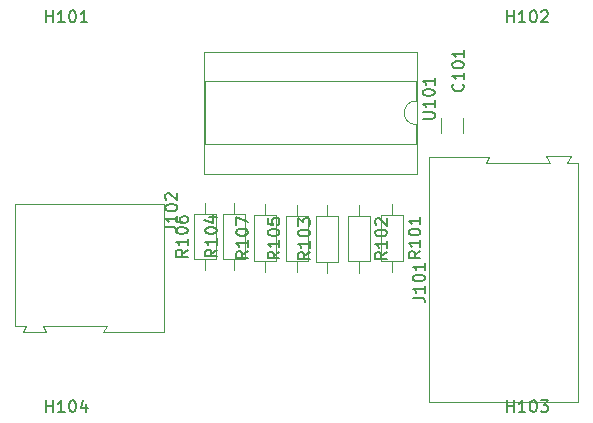
<source format=gbr>
%TF.GenerationSoftware,KiCad,Pcbnew,7.0.8*%
%TF.CreationDate,2024-05-03T13:39:42+02:00*%
%TF.ProjectId,menelaos-fix,6d656e65-6c61-46f7-932d-6669782e6b69,rev?*%
%TF.SameCoordinates,Original*%
%TF.FileFunction,Legend,Top*%
%TF.FilePolarity,Positive*%
%FSLAX46Y46*%
G04 Gerber Fmt 4.6, Leading zero omitted, Abs format (unit mm)*
G04 Created by KiCad (PCBNEW 7.0.8) date 2024-05-03 13:39:42*
%MOMM*%
%LPD*%
G01*
G04 APERTURE LIST*
%ADD10C,0.150000*%
%ADD11C,0.120000*%
G04 APERTURE END LIST*
D10*
X225434819Y-79519047D02*
X224958628Y-79852380D01*
X225434819Y-80090475D02*
X224434819Y-80090475D01*
X224434819Y-80090475D02*
X224434819Y-79709523D01*
X224434819Y-79709523D02*
X224482438Y-79614285D01*
X224482438Y-79614285D02*
X224530057Y-79566666D01*
X224530057Y-79566666D02*
X224625295Y-79519047D01*
X224625295Y-79519047D02*
X224768152Y-79519047D01*
X224768152Y-79519047D02*
X224863390Y-79566666D01*
X224863390Y-79566666D02*
X224911009Y-79614285D01*
X224911009Y-79614285D02*
X224958628Y-79709523D01*
X224958628Y-79709523D02*
X224958628Y-80090475D01*
X225434819Y-78566666D02*
X225434819Y-79138094D01*
X225434819Y-78852380D02*
X224434819Y-78852380D01*
X224434819Y-78852380D02*
X224577676Y-78947618D01*
X224577676Y-78947618D02*
X224672914Y-79042856D01*
X224672914Y-79042856D02*
X224720533Y-79138094D01*
X224434819Y-77947618D02*
X224434819Y-77852380D01*
X224434819Y-77852380D02*
X224482438Y-77757142D01*
X224482438Y-77757142D02*
X224530057Y-77709523D01*
X224530057Y-77709523D02*
X224625295Y-77661904D01*
X224625295Y-77661904D02*
X224815771Y-77614285D01*
X224815771Y-77614285D02*
X225053866Y-77614285D01*
X225053866Y-77614285D02*
X225244342Y-77661904D01*
X225244342Y-77661904D02*
X225339580Y-77709523D01*
X225339580Y-77709523D02*
X225387200Y-77757142D01*
X225387200Y-77757142D02*
X225434819Y-77852380D01*
X225434819Y-77852380D02*
X225434819Y-77947618D01*
X225434819Y-77947618D02*
X225387200Y-78042856D01*
X225387200Y-78042856D02*
X225339580Y-78090475D01*
X225339580Y-78090475D02*
X225244342Y-78138094D01*
X225244342Y-78138094D02*
X225053866Y-78185713D01*
X225053866Y-78185713D02*
X224815771Y-78185713D01*
X224815771Y-78185713D02*
X224625295Y-78138094D01*
X224625295Y-78138094D02*
X224530057Y-78090475D01*
X224530057Y-78090475D02*
X224482438Y-78042856D01*
X224482438Y-78042856D02*
X224434819Y-77947618D01*
X225434819Y-76661904D02*
X225434819Y-77233332D01*
X225434819Y-76947618D02*
X224434819Y-76947618D01*
X224434819Y-76947618D02*
X224577676Y-77042856D01*
X224577676Y-77042856D02*
X224672914Y-77138094D01*
X224672914Y-77138094D02*
X224720533Y-77233332D01*
X224804819Y-83455714D02*
X225519104Y-83455714D01*
X225519104Y-83455714D02*
X225661961Y-83503333D01*
X225661961Y-83503333D02*
X225757200Y-83598571D01*
X225757200Y-83598571D02*
X225804819Y-83741428D01*
X225804819Y-83741428D02*
X225804819Y-83836666D01*
X225804819Y-82455714D02*
X225804819Y-83027142D01*
X225804819Y-82741428D02*
X224804819Y-82741428D01*
X224804819Y-82741428D02*
X224947676Y-82836666D01*
X224947676Y-82836666D02*
X225042914Y-82931904D01*
X225042914Y-82931904D02*
X225090533Y-83027142D01*
X224804819Y-81836666D02*
X224804819Y-81741428D01*
X224804819Y-81741428D02*
X224852438Y-81646190D01*
X224852438Y-81646190D02*
X224900057Y-81598571D01*
X224900057Y-81598571D02*
X224995295Y-81550952D01*
X224995295Y-81550952D02*
X225185771Y-81503333D01*
X225185771Y-81503333D02*
X225423866Y-81503333D01*
X225423866Y-81503333D02*
X225614342Y-81550952D01*
X225614342Y-81550952D02*
X225709580Y-81598571D01*
X225709580Y-81598571D02*
X225757200Y-81646190D01*
X225757200Y-81646190D02*
X225804819Y-81741428D01*
X225804819Y-81741428D02*
X225804819Y-81836666D01*
X225804819Y-81836666D02*
X225757200Y-81931904D01*
X225757200Y-81931904D02*
X225709580Y-81979523D01*
X225709580Y-81979523D02*
X225614342Y-82027142D01*
X225614342Y-82027142D02*
X225423866Y-82074761D01*
X225423866Y-82074761D02*
X225185771Y-82074761D01*
X225185771Y-82074761D02*
X224995295Y-82027142D01*
X224995295Y-82027142D02*
X224900057Y-81979523D01*
X224900057Y-81979523D02*
X224852438Y-81931904D01*
X224852438Y-81931904D02*
X224804819Y-81836666D01*
X225804819Y-80550952D02*
X225804819Y-81122380D01*
X225804819Y-80836666D02*
X224804819Y-80836666D01*
X224804819Y-80836666D02*
X224947676Y-80931904D01*
X224947676Y-80931904D02*
X225042914Y-81027142D01*
X225042914Y-81027142D02*
X225090533Y-81122380D01*
X229029580Y-65359047D02*
X229077200Y-65406666D01*
X229077200Y-65406666D02*
X229124819Y-65549523D01*
X229124819Y-65549523D02*
X229124819Y-65644761D01*
X229124819Y-65644761D02*
X229077200Y-65787618D01*
X229077200Y-65787618D02*
X228981961Y-65882856D01*
X228981961Y-65882856D02*
X228886723Y-65930475D01*
X228886723Y-65930475D02*
X228696247Y-65978094D01*
X228696247Y-65978094D02*
X228553390Y-65978094D01*
X228553390Y-65978094D02*
X228362914Y-65930475D01*
X228362914Y-65930475D02*
X228267676Y-65882856D01*
X228267676Y-65882856D02*
X228172438Y-65787618D01*
X228172438Y-65787618D02*
X228124819Y-65644761D01*
X228124819Y-65644761D02*
X228124819Y-65549523D01*
X228124819Y-65549523D02*
X228172438Y-65406666D01*
X228172438Y-65406666D02*
X228220057Y-65359047D01*
X229124819Y-64406666D02*
X229124819Y-64978094D01*
X229124819Y-64692380D02*
X228124819Y-64692380D01*
X228124819Y-64692380D02*
X228267676Y-64787618D01*
X228267676Y-64787618D02*
X228362914Y-64882856D01*
X228362914Y-64882856D02*
X228410533Y-64978094D01*
X228124819Y-63787618D02*
X228124819Y-63692380D01*
X228124819Y-63692380D02*
X228172438Y-63597142D01*
X228172438Y-63597142D02*
X228220057Y-63549523D01*
X228220057Y-63549523D02*
X228315295Y-63501904D01*
X228315295Y-63501904D02*
X228505771Y-63454285D01*
X228505771Y-63454285D02*
X228743866Y-63454285D01*
X228743866Y-63454285D02*
X228934342Y-63501904D01*
X228934342Y-63501904D02*
X229029580Y-63549523D01*
X229029580Y-63549523D02*
X229077200Y-63597142D01*
X229077200Y-63597142D02*
X229124819Y-63692380D01*
X229124819Y-63692380D02*
X229124819Y-63787618D01*
X229124819Y-63787618D02*
X229077200Y-63882856D01*
X229077200Y-63882856D02*
X229029580Y-63930475D01*
X229029580Y-63930475D02*
X228934342Y-63978094D01*
X228934342Y-63978094D02*
X228743866Y-64025713D01*
X228743866Y-64025713D02*
X228505771Y-64025713D01*
X228505771Y-64025713D02*
X228315295Y-63978094D01*
X228315295Y-63978094D02*
X228220057Y-63930475D01*
X228220057Y-63930475D02*
X228172438Y-63882856D01*
X228172438Y-63882856D02*
X228124819Y-63787618D01*
X229124819Y-62501904D02*
X229124819Y-63073332D01*
X229124819Y-62787618D02*
X228124819Y-62787618D01*
X228124819Y-62787618D02*
X228267676Y-62882856D01*
X228267676Y-62882856D02*
X228362914Y-62978094D01*
X228362914Y-62978094D02*
X228410533Y-63073332D01*
X213504819Y-79559047D02*
X213028628Y-79892380D01*
X213504819Y-80130475D02*
X212504819Y-80130475D01*
X212504819Y-80130475D02*
X212504819Y-79749523D01*
X212504819Y-79749523D02*
X212552438Y-79654285D01*
X212552438Y-79654285D02*
X212600057Y-79606666D01*
X212600057Y-79606666D02*
X212695295Y-79559047D01*
X212695295Y-79559047D02*
X212838152Y-79559047D01*
X212838152Y-79559047D02*
X212933390Y-79606666D01*
X212933390Y-79606666D02*
X212981009Y-79654285D01*
X212981009Y-79654285D02*
X213028628Y-79749523D01*
X213028628Y-79749523D02*
X213028628Y-80130475D01*
X213504819Y-78606666D02*
X213504819Y-79178094D01*
X213504819Y-78892380D02*
X212504819Y-78892380D01*
X212504819Y-78892380D02*
X212647676Y-78987618D01*
X212647676Y-78987618D02*
X212742914Y-79082856D01*
X212742914Y-79082856D02*
X212790533Y-79178094D01*
X212504819Y-77987618D02*
X212504819Y-77892380D01*
X212504819Y-77892380D02*
X212552438Y-77797142D01*
X212552438Y-77797142D02*
X212600057Y-77749523D01*
X212600057Y-77749523D02*
X212695295Y-77701904D01*
X212695295Y-77701904D02*
X212885771Y-77654285D01*
X212885771Y-77654285D02*
X213123866Y-77654285D01*
X213123866Y-77654285D02*
X213314342Y-77701904D01*
X213314342Y-77701904D02*
X213409580Y-77749523D01*
X213409580Y-77749523D02*
X213457200Y-77797142D01*
X213457200Y-77797142D02*
X213504819Y-77892380D01*
X213504819Y-77892380D02*
X213504819Y-77987618D01*
X213504819Y-77987618D02*
X213457200Y-78082856D01*
X213457200Y-78082856D02*
X213409580Y-78130475D01*
X213409580Y-78130475D02*
X213314342Y-78178094D01*
X213314342Y-78178094D02*
X213123866Y-78225713D01*
X213123866Y-78225713D02*
X212885771Y-78225713D01*
X212885771Y-78225713D02*
X212695295Y-78178094D01*
X212695295Y-78178094D02*
X212600057Y-78130475D01*
X212600057Y-78130475D02*
X212552438Y-78082856D01*
X212552438Y-78082856D02*
X212504819Y-77987618D01*
X212504819Y-76749523D02*
X212504819Y-77225713D01*
X212504819Y-77225713D02*
X212981009Y-77273332D01*
X212981009Y-77273332D02*
X212933390Y-77225713D01*
X212933390Y-77225713D02*
X212885771Y-77130475D01*
X212885771Y-77130475D02*
X212885771Y-76892380D01*
X212885771Y-76892380D02*
X212933390Y-76797142D01*
X212933390Y-76797142D02*
X212981009Y-76749523D01*
X212981009Y-76749523D02*
X213076247Y-76701904D01*
X213076247Y-76701904D02*
X213314342Y-76701904D01*
X213314342Y-76701904D02*
X213409580Y-76749523D01*
X213409580Y-76749523D02*
X213457200Y-76797142D01*
X213457200Y-76797142D02*
X213504819Y-76892380D01*
X213504819Y-76892380D02*
X213504819Y-77130475D01*
X213504819Y-77130475D02*
X213457200Y-77225713D01*
X213457200Y-77225713D02*
X213409580Y-77273332D01*
X232755714Y-60134819D02*
X232755714Y-59134819D01*
X232755714Y-59611009D02*
X233327142Y-59611009D01*
X233327142Y-60134819D02*
X233327142Y-59134819D01*
X234327142Y-60134819D02*
X233755714Y-60134819D01*
X234041428Y-60134819D02*
X234041428Y-59134819D01*
X234041428Y-59134819D02*
X233946190Y-59277676D01*
X233946190Y-59277676D02*
X233850952Y-59372914D01*
X233850952Y-59372914D02*
X233755714Y-59420533D01*
X234946190Y-59134819D02*
X235041428Y-59134819D01*
X235041428Y-59134819D02*
X235136666Y-59182438D01*
X235136666Y-59182438D02*
X235184285Y-59230057D01*
X235184285Y-59230057D02*
X235231904Y-59325295D01*
X235231904Y-59325295D02*
X235279523Y-59515771D01*
X235279523Y-59515771D02*
X235279523Y-59753866D01*
X235279523Y-59753866D02*
X235231904Y-59944342D01*
X235231904Y-59944342D02*
X235184285Y-60039580D01*
X235184285Y-60039580D02*
X235136666Y-60087200D01*
X235136666Y-60087200D02*
X235041428Y-60134819D01*
X235041428Y-60134819D02*
X234946190Y-60134819D01*
X234946190Y-60134819D02*
X234850952Y-60087200D01*
X234850952Y-60087200D02*
X234803333Y-60039580D01*
X234803333Y-60039580D02*
X234755714Y-59944342D01*
X234755714Y-59944342D02*
X234708095Y-59753866D01*
X234708095Y-59753866D02*
X234708095Y-59515771D01*
X234708095Y-59515771D02*
X234755714Y-59325295D01*
X234755714Y-59325295D02*
X234803333Y-59230057D01*
X234803333Y-59230057D02*
X234850952Y-59182438D01*
X234850952Y-59182438D02*
X234946190Y-59134819D01*
X235660476Y-59230057D02*
X235708095Y-59182438D01*
X235708095Y-59182438D02*
X235803333Y-59134819D01*
X235803333Y-59134819D02*
X236041428Y-59134819D01*
X236041428Y-59134819D02*
X236136666Y-59182438D01*
X236136666Y-59182438D02*
X236184285Y-59230057D01*
X236184285Y-59230057D02*
X236231904Y-59325295D01*
X236231904Y-59325295D02*
X236231904Y-59420533D01*
X236231904Y-59420533D02*
X236184285Y-59563390D01*
X236184285Y-59563390D02*
X235612857Y-60134819D01*
X235612857Y-60134819D02*
X236231904Y-60134819D01*
X216084819Y-79599047D02*
X215608628Y-79932380D01*
X216084819Y-80170475D02*
X215084819Y-80170475D01*
X215084819Y-80170475D02*
X215084819Y-79789523D01*
X215084819Y-79789523D02*
X215132438Y-79694285D01*
X215132438Y-79694285D02*
X215180057Y-79646666D01*
X215180057Y-79646666D02*
X215275295Y-79599047D01*
X215275295Y-79599047D02*
X215418152Y-79599047D01*
X215418152Y-79599047D02*
X215513390Y-79646666D01*
X215513390Y-79646666D02*
X215561009Y-79694285D01*
X215561009Y-79694285D02*
X215608628Y-79789523D01*
X215608628Y-79789523D02*
X215608628Y-80170475D01*
X216084819Y-78646666D02*
X216084819Y-79218094D01*
X216084819Y-78932380D02*
X215084819Y-78932380D01*
X215084819Y-78932380D02*
X215227676Y-79027618D01*
X215227676Y-79027618D02*
X215322914Y-79122856D01*
X215322914Y-79122856D02*
X215370533Y-79218094D01*
X215084819Y-78027618D02*
X215084819Y-77932380D01*
X215084819Y-77932380D02*
X215132438Y-77837142D01*
X215132438Y-77837142D02*
X215180057Y-77789523D01*
X215180057Y-77789523D02*
X215275295Y-77741904D01*
X215275295Y-77741904D02*
X215465771Y-77694285D01*
X215465771Y-77694285D02*
X215703866Y-77694285D01*
X215703866Y-77694285D02*
X215894342Y-77741904D01*
X215894342Y-77741904D02*
X215989580Y-77789523D01*
X215989580Y-77789523D02*
X216037200Y-77837142D01*
X216037200Y-77837142D02*
X216084819Y-77932380D01*
X216084819Y-77932380D02*
X216084819Y-78027618D01*
X216084819Y-78027618D02*
X216037200Y-78122856D01*
X216037200Y-78122856D02*
X215989580Y-78170475D01*
X215989580Y-78170475D02*
X215894342Y-78218094D01*
X215894342Y-78218094D02*
X215703866Y-78265713D01*
X215703866Y-78265713D02*
X215465771Y-78265713D01*
X215465771Y-78265713D02*
X215275295Y-78218094D01*
X215275295Y-78218094D02*
X215180057Y-78170475D01*
X215180057Y-78170475D02*
X215132438Y-78122856D01*
X215132438Y-78122856D02*
X215084819Y-78027618D01*
X215084819Y-77360951D02*
X215084819Y-76741904D01*
X215084819Y-76741904D02*
X215465771Y-77075237D01*
X215465771Y-77075237D02*
X215465771Y-76932380D01*
X215465771Y-76932380D02*
X215513390Y-76837142D01*
X215513390Y-76837142D02*
X215561009Y-76789523D01*
X215561009Y-76789523D02*
X215656247Y-76741904D01*
X215656247Y-76741904D02*
X215894342Y-76741904D01*
X215894342Y-76741904D02*
X215989580Y-76789523D01*
X215989580Y-76789523D02*
X216037200Y-76837142D01*
X216037200Y-76837142D02*
X216084819Y-76932380D01*
X216084819Y-76932380D02*
X216084819Y-77218094D01*
X216084819Y-77218094D02*
X216037200Y-77313332D01*
X216037200Y-77313332D02*
X215989580Y-77360951D01*
X225639819Y-68314285D02*
X226449342Y-68314285D01*
X226449342Y-68314285D02*
X226544580Y-68266666D01*
X226544580Y-68266666D02*
X226592200Y-68219047D01*
X226592200Y-68219047D02*
X226639819Y-68123809D01*
X226639819Y-68123809D02*
X226639819Y-67933333D01*
X226639819Y-67933333D02*
X226592200Y-67838095D01*
X226592200Y-67838095D02*
X226544580Y-67790476D01*
X226544580Y-67790476D02*
X226449342Y-67742857D01*
X226449342Y-67742857D02*
X225639819Y-67742857D01*
X226639819Y-66742857D02*
X226639819Y-67314285D01*
X226639819Y-67028571D02*
X225639819Y-67028571D01*
X225639819Y-67028571D02*
X225782676Y-67123809D01*
X225782676Y-67123809D02*
X225877914Y-67219047D01*
X225877914Y-67219047D02*
X225925533Y-67314285D01*
X225639819Y-66123809D02*
X225639819Y-66028571D01*
X225639819Y-66028571D02*
X225687438Y-65933333D01*
X225687438Y-65933333D02*
X225735057Y-65885714D01*
X225735057Y-65885714D02*
X225830295Y-65838095D01*
X225830295Y-65838095D02*
X226020771Y-65790476D01*
X226020771Y-65790476D02*
X226258866Y-65790476D01*
X226258866Y-65790476D02*
X226449342Y-65838095D01*
X226449342Y-65838095D02*
X226544580Y-65885714D01*
X226544580Y-65885714D02*
X226592200Y-65933333D01*
X226592200Y-65933333D02*
X226639819Y-66028571D01*
X226639819Y-66028571D02*
X226639819Y-66123809D01*
X226639819Y-66123809D02*
X226592200Y-66219047D01*
X226592200Y-66219047D02*
X226544580Y-66266666D01*
X226544580Y-66266666D02*
X226449342Y-66314285D01*
X226449342Y-66314285D02*
X226258866Y-66361904D01*
X226258866Y-66361904D02*
X226020771Y-66361904D01*
X226020771Y-66361904D02*
X225830295Y-66314285D01*
X225830295Y-66314285D02*
X225735057Y-66266666D01*
X225735057Y-66266666D02*
X225687438Y-66219047D01*
X225687438Y-66219047D02*
X225639819Y-66123809D01*
X226639819Y-64838095D02*
X226639819Y-65409523D01*
X226639819Y-65123809D02*
X225639819Y-65123809D01*
X225639819Y-65123809D02*
X225782676Y-65219047D01*
X225782676Y-65219047D02*
X225877914Y-65314285D01*
X225877914Y-65314285D02*
X225925533Y-65409523D01*
X222614819Y-79589047D02*
X222138628Y-79922380D01*
X222614819Y-80160475D02*
X221614819Y-80160475D01*
X221614819Y-80160475D02*
X221614819Y-79779523D01*
X221614819Y-79779523D02*
X221662438Y-79684285D01*
X221662438Y-79684285D02*
X221710057Y-79636666D01*
X221710057Y-79636666D02*
X221805295Y-79589047D01*
X221805295Y-79589047D02*
X221948152Y-79589047D01*
X221948152Y-79589047D02*
X222043390Y-79636666D01*
X222043390Y-79636666D02*
X222091009Y-79684285D01*
X222091009Y-79684285D02*
X222138628Y-79779523D01*
X222138628Y-79779523D02*
X222138628Y-80160475D01*
X222614819Y-78636666D02*
X222614819Y-79208094D01*
X222614819Y-78922380D02*
X221614819Y-78922380D01*
X221614819Y-78922380D02*
X221757676Y-79017618D01*
X221757676Y-79017618D02*
X221852914Y-79112856D01*
X221852914Y-79112856D02*
X221900533Y-79208094D01*
X221614819Y-78017618D02*
X221614819Y-77922380D01*
X221614819Y-77922380D02*
X221662438Y-77827142D01*
X221662438Y-77827142D02*
X221710057Y-77779523D01*
X221710057Y-77779523D02*
X221805295Y-77731904D01*
X221805295Y-77731904D02*
X221995771Y-77684285D01*
X221995771Y-77684285D02*
X222233866Y-77684285D01*
X222233866Y-77684285D02*
X222424342Y-77731904D01*
X222424342Y-77731904D02*
X222519580Y-77779523D01*
X222519580Y-77779523D02*
X222567200Y-77827142D01*
X222567200Y-77827142D02*
X222614819Y-77922380D01*
X222614819Y-77922380D02*
X222614819Y-78017618D01*
X222614819Y-78017618D02*
X222567200Y-78112856D01*
X222567200Y-78112856D02*
X222519580Y-78160475D01*
X222519580Y-78160475D02*
X222424342Y-78208094D01*
X222424342Y-78208094D02*
X222233866Y-78255713D01*
X222233866Y-78255713D02*
X221995771Y-78255713D01*
X221995771Y-78255713D02*
X221805295Y-78208094D01*
X221805295Y-78208094D02*
X221710057Y-78160475D01*
X221710057Y-78160475D02*
X221662438Y-78112856D01*
X221662438Y-78112856D02*
X221614819Y-78017618D01*
X221710057Y-77303332D02*
X221662438Y-77255713D01*
X221662438Y-77255713D02*
X221614819Y-77160475D01*
X221614819Y-77160475D02*
X221614819Y-76922380D01*
X221614819Y-76922380D02*
X221662438Y-76827142D01*
X221662438Y-76827142D02*
X221710057Y-76779523D01*
X221710057Y-76779523D02*
X221805295Y-76731904D01*
X221805295Y-76731904D02*
X221900533Y-76731904D01*
X221900533Y-76731904D02*
X222043390Y-76779523D01*
X222043390Y-76779523D02*
X222614819Y-77350951D01*
X222614819Y-77350951D02*
X222614819Y-76731904D01*
X193755714Y-93134819D02*
X193755714Y-92134819D01*
X193755714Y-92611009D02*
X194327142Y-92611009D01*
X194327142Y-93134819D02*
X194327142Y-92134819D01*
X195327142Y-93134819D02*
X194755714Y-93134819D01*
X195041428Y-93134819D02*
X195041428Y-92134819D01*
X195041428Y-92134819D02*
X194946190Y-92277676D01*
X194946190Y-92277676D02*
X194850952Y-92372914D01*
X194850952Y-92372914D02*
X194755714Y-92420533D01*
X195946190Y-92134819D02*
X196041428Y-92134819D01*
X196041428Y-92134819D02*
X196136666Y-92182438D01*
X196136666Y-92182438D02*
X196184285Y-92230057D01*
X196184285Y-92230057D02*
X196231904Y-92325295D01*
X196231904Y-92325295D02*
X196279523Y-92515771D01*
X196279523Y-92515771D02*
X196279523Y-92753866D01*
X196279523Y-92753866D02*
X196231904Y-92944342D01*
X196231904Y-92944342D02*
X196184285Y-93039580D01*
X196184285Y-93039580D02*
X196136666Y-93087200D01*
X196136666Y-93087200D02*
X196041428Y-93134819D01*
X196041428Y-93134819D02*
X195946190Y-93134819D01*
X195946190Y-93134819D02*
X195850952Y-93087200D01*
X195850952Y-93087200D02*
X195803333Y-93039580D01*
X195803333Y-93039580D02*
X195755714Y-92944342D01*
X195755714Y-92944342D02*
X195708095Y-92753866D01*
X195708095Y-92753866D02*
X195708095Y-92515771D01*
X195708095Y-92515771D02*
X195755714Y-92325295D01*
X195755714Y-92325295D02*
X195803333Y-92230057D01*
X195803333Y-92230057D02*
X195850952Y-92182438D01*
X195850952Y-92182438D02*
X195946190Y-92134819D01*
X197136666Y-92468152D02*
X197136666Y-93134819D01*
X196898571Y-92087200D02*
X196660476Y-92801485D01*
X196660476Y-92801485D02*
X197279523Y-92801485D01*
X203844819Y-77505714D02*
X204559104Y-77505714D01*
X204559104Y-77505714D02*
X204701961Y-77553333D01*
X204701961Y-77553333D02*
X204797200Y-77648571D01*
X204797200Y-77648571D02*
X204844819Y-77791428D01*
X204844819Y-77791428D02*
X204844819Y-77886666D01*
X204844819Y-76505714D02*
X204844819Y-77077142D01*
X204844819Y-76791428D02*
X203844819Y-76791428D01*
X203844819Y-76791428D02*
X203987676Y-76886666D01*
X203987676Y-76886666D02*
X204082914Y-76981904D01*
X204082914Y-76981904D02*
X204130533Y-77077142D01*
X203844819Y-75886666D02*
X203844819Y-75791428D01*
X203844819Y-75791428D02*
X203892438Y-75696190D01*
X203892438Y-75696190D02*
X203940057Y-75648571D01*
X203940057Y-75648571D02*
X204035295Y-75600952D01*
X204035295Y-75600952D02*
X204225771Y-75553333D01*
X204225771Y-75553333D02*
X204463866Y-75553333D01*
X204463866Y-75553333D02*
X204654342Y-75600952D01*
X204654342Y-75600952D02*
X204749580Y-75648571D01*
X204749580Y-75648571D02*
X204797200Y-75696190D01*
X204797200Y-75696190D02*
X204844819Y-75791428D01*
X204844819Y-75791428D02*
X204844819Y-75886666D01*
X204844819Y-75886666D02*
X204797200Y-75981904D01*
X204797200Y-75981904D02*
X204749580Y-76029523D01*
X204749580Y-76029523D02*
X204654342Y-76077142D01*
X204654342Y-76077142D02*
X204463866Y-76124761D01*
X204463866Y-76124761D02*
X204225771Y-76124761D01*
X204225771Y-76124761D02*
X204035295Y-76077142D01*
X204035295Y-76077142D02*
X203940057Y-76029523D01*
X203940057Y-76029523D02*
X203892438Y-75981904D01*
X203892438Y-75981904D02*
X203844819Y-75886666D01*
X203940057Y-75172380D02*
X203892438Y-75124761D01*
X203892438Y-75124761D02*
X203844819Y-75029523D01*
X203844819Y-75029523D02*
X203844819Y-74791428D01*
X203844819Y-74791428D02*
X203892438Y-74696190D01*
X203892438Y-74696190D02*
X203940057Y-74648571D01*
X203940057Y-74648571D02*
X204035295Y-74600952D01*
X204035295Y-74600952D02*
X204130533Y-74600952D01*
X204130533Y-74600952D02*
X204273390Y-74648571D01*
X204273390Y-74648571D02*
X204844819Y-75219999D01*
X204844819Y-75219999D02*
X204844819Y-74600952D01*
X208204819Y-79389047D02*
X207728628Y-79722380D01*
X208204819Y-79960475D02*
X207204819Y-79960475D01*
X207204819Y-79960475D02*
X207204819Y-79579523D01*
X207204819Y-79579523D02*
X207252438Y-79484285D01*
X207252438Y-79484285D02*
X207300057Y-79436666D01*
X207300057Y-79436666D02*
X207395295Y-79389047D01*
X207395295Y-79389047D02*
X207538152Y-79389047D01*
X207538152Y-79389047D02*
X207633390Y-79436666D01*
X207633390Y-79436666D02*
X207681009Y-79484285D01*
X207681009Y-79484285D02*
X207728628Y-79579523D01*
X207728628Y-79579523D02*
X207728628Y-79960475D01*
X208204819Y-78436666D02*
X208204819Y-79008094D01*
X208204819Y-78722380D02*
X207204819Y-78722380D01*
X207204819Y-78722380D02*
X207347676Y-78817618D01*
X207347676Y-78817618D02*
X207442914Y-78912856D01*
X207442914Y-78912856D02*
X207490533Y-79008094D01*
X207204819Y-77817618D02*
X207204819Y-77722380D01*
X207204819Y-77722380D02*
X207252438Y-77627142D01*
X207252438Y-77627142D02*
X207300057Y-77579523D01*
X207300057Y-77579523D02*
X207395295Y-77531904D01*
X207395295Y-77531904D02*
X207585771Y-77484285D01*
X207585771Y-77484285D02*
X207823866Y-77484285D01*
X207823866Y-77484285D02*
X208014342Y-77531904D01*
X208014342Y-77531904D02*
X208109580Y-77579523D01*
X208109580Y-77579523D02*
X208157200Y-77627142D01*
X208157200Y-77627142D02*
X208204819Y-77722380D01*
X208204819Y-77722380D02*
X208204819Y-77817618D01*
X208204819Y-77817618D02*
X208157200Y-77912856D01*
X208157200Y-77912856D02*
X208109580Y-77960475D01*
X208109580Y-77960475D02*
X208014342Y-78008094D01*
X208014342Y-78008094D02*
X207823866Y-78055713D01*
X207823866Y-78055713D02*
X207585771Y-78055713D01*
X207585771Y-78055713D02*
X207395295Y-78008094D01*
X207395295Y-78008094D02*
X207300057Y-77960475D01*
X207300057Y-77960475D02*
X207252438Y-77912856D01*
X207252438Y-77912856D02*
X207204819Y-77817618D01*
X207538152Y-76627142D02*
X208204819Y-76627142D01*
X207157200Y-76865237D02*
X207871485Y-77103332D01*
X207871485Y-77103332D02*
X207871485Y-76484285D01*
X232755714Y-93134819D02*
X232755714Y-92134819D01*
X232755714Y-92611009D02*
X233327142Y-92611009D01*
X233327142Y-93134819D02*
X233327142Y-92134819D01*
X234327142Y-93134819D02*
X233755714Y-93134819D01*
X234041428Y-93134819D02*
X234041428Y-92134819D01*
X234041428Y-92134819D02*
X233946190Y-92277676D01*
X233946190Y-92277676D02*
X233850952Y-92372914D01*
X233850952Y-92372914D02*
X233755714Y-92420533D01*
X234946190Y-92134819D02*
X235041428Y-92134819D01*
X235041428Y-92134819D02*
X235136666Y-92182438D01*
X235136666Y-92182438D02*
X235184285Y-92230057D01*
X235184285Y-92230057D02*
X235231904Y-92325295D01*
X235231904Y-92325295D02*
X235279523Y-92515771D01*
X235279523Y-92515771D02*
X235279523Y-92753866D01*
X235279523Y-92753866D02*
X235231904Y-92944342D01*
X235231904Y-92944342D02*
X235184285Y-93039580D01*
X235184285Y-93039580D02*
X235136666Y-93087200D01*
X235136666Y-93087200D02*
X235041428Y-93134819D01*
X235041428Y-93134819D02*
X234946190Y-93134819D01*
X234946190Y-93134819D02*
X234850952Y-93087200D01*
X234850952Y-93087200D02*
X234803333Y-93039580D01*
X234803333Y-93039580D02*
X234755714Y-92944342D01*
X234755714Y-92944342D02*
X234708095Y-92753866D01*
X234708095Y-92753866D02*
X234708095Y-92515771D01*
X234708095Y-92515771D02*
X234755714Y-92325295D01*
X234755714Y-92325295D02*
X234803333Y-92230057D01*
X234803333Y-92230057D02*
X234850952Y-92182438D01*
X234850952Y-92182438D02*
X234946190Y-92134819D01*
X235612857Y-92134819D02*
X236231904Y-92134819D01*
X236231904Y-92134819D02*
X235898571Y-92515771D01*
X235898571Y-92515771D02*
X236041428Y-92515771D01*
X236041428Y-92515771D02*
X236136666Y-92563390D01*
X236136666Y-92563390D02*
X236184285Y-92611009D01*
X236184285Y-92611009D02*
X236231904Y-92706247D01*
X236231904Y-92706247D02*
X236231904Y-92944342D01*
X236231904Y-92944342D02*
X236184285Y-93039580D01*
X236184285Y-93039580D02*
X236136666Y-93087200D01*
X236136666Y-93087200D02*
X236041428Y-93134819D01*
X236041428Y-93134819D02*
X235755714Y-93134819D01*
X235755714Y-93134819D02*
X235660476Y-93087200D01*
X235660476Y-93087200D02*
X235612857Y-93039580D01*
X210834819Y-79529047D02*
X210358628Y-79862380D01*
X210834819Y-80100475D02*
X209834819Y-80100475D01*
X209834819Y-80100475D02*
X209834819Y-79719523D01*
X209834819Y-79719523D02*
X209882438Y-79624285D01*
X209882438Y-79624285D02*
X209930057Y-79576666D01*
X209930057Y-79576666D02*
X210025295Y-79529047D01*
X210025295Y-79529047D02*
X210168152Y-79529047D01*
X210168152Y-79529047D02*
X210263390Y-79576666D01*
X210263390Y-79576666D02*
X210311009Y-79624285D01*
X210311009Y-79624285D02*
X210358628Y-79719523D01*
X210358628Y-79719523D02*
X210358628Y-80100475D01*
X210834819Y-78576666D02*
X210834819Y-79148094D01*
X210834819Y-78862380D02*
X209834819Y-78862380D01*
X209834819Y-78862380D02*
X209977676Y-78957618D01*
X209977676Y-78957618D02*
X210072914Y-79052856D01*
X210072914Y-79052856D02*
X210120533Y-79148094D01*
X209834819Y-77957618D02*
X209834819Y-77862380D01*
X209834819Y-77862380D02*
X209882438Y-77767142D01*
X209882438Y-77767142D02*
X209930057Y-77719523D01*
X209930057Y-77719523D02*
X210025295Y-77671904D01*
X210025295Y-77671904D02*
X210215771Y-77624285D01*
X210215771Y-77624285D02*
X210453866Y-77624285D01*
X210453866Y-77624285D02*
X210644342Y-77671904D01*
X210644342Y-77671904D02*
X210739580Y-77719523D01*
X210739580Y-77719523D02*
X210787200Y-77767142D01*
X210787200Y-77767142D02*
X210834819Y-77862380D01*
X210834819Y-77862380D02*
X210834819Y-77957618D01*
X210834819Y-77957618D02*
X210787200Y-78052856D01*
X210787200Y-78052856D02*
X210739580Y-78100475D01*
X210739580Y-78100475D02*
X210644342Y-78148094D01*
X210644342Y-78148094D02*
X210453866Y-78195713D01*
X210453866Y-78195713D02*
X210215771Y-78195713D01*
X210215771Y-78195713D02*
X210025295Y-78148094D01*
X210025295Y-78148094D02*
X209930057Y-78100475D01*
X209930057Y-78100475D02*
X209882438Y-78052856D01*
X209882438Y-78052856D02*
X209834819Y-77957618D01*
X209834819Y-77290951D02*
X209834819Y-76624285D01*
X209834819Y-76624285D02*
X210834819Y-77052856D01*
X205734819Y-79399047D02*
X205258628Y-79732380D01*
X205734819Y-79970475D02*
X204734819Y-79970475D01*
X204734819Y-79970475D02*
X204734819Y-79589523D01*
X204734819Y-79589523D02*
X204782438Y-79494285D01*
X204782438Y-79494285D02*
X204830057Y-79446666D01*
X204830057Y-79446666D02*
X204925295Y-79399047D01*
X204925295Y-79399047D02*
X205068152Y-79399047D01*
X205068152Y-79399047D02*
X205163390Y-79446666D01*
X205163390Y-79446666D02*
X205211009Y-79494285D01*
X205211009Y-79494285D02*
X205258628Y-79589523D01*
X205258628Y-79589523D02*
X205258628Y-79970475D01*
X205734819Y-78446666D02*
X205734819Y-79018094D01*
X205734819Y-78732380D02*
X204734819Y-78732380D01*
X204734819Y-78732380D02*
X204877676Y-78827618D01*
X204877676Y-78827618D02*
X204972914Y-78922856D01*
X204972914Y-78922856D02*
X205020533Y-79018094D01*
X204734819Y-77827618D02*
X204734819Y-77732380D01*
X204734819Y-77732380D02*
X204782438Y-77637142D01*
X204782438Y-77637142D02*
X204830057Y-77589523D01*
X204830057Y-77589523D02*
X204925295Y-77541904D01*
X204925295Y-77541904D02*
X205115771Y-77494285D01*
X205115771Y-77494285D02*
X205353866Y-77494285D01*
X205353866Y-77494285D02*
X205544342Y-77541904D01*
X205544342Y-77541904D02*
X205639580Y-77589523D01*
X205639580Y-77589523D02*
X205687200Y-77637142D01*
X205687200Y-77637142D02*
X205734819Y-77732380D01*
X205734819Y-77732380D02*
X205734819Y-77827618D01*
X205734819Y-77827618D02*
X205687200Y-77922856D01*
X205687200Y-77922856D02*
X205639580Y-77970475D01*
X205639580Y-77970475D02*
X205544342Y-78018094D01*
X205544342Y-78018094D02*
X205353866Y-78065713D01*
X205353866Y-78065713D02*
X205115771Y-78065713D01*
X205115771Y-78065713D02*
X204925295Y-78018094D01*
X204925295Y-78018094D02*
X204830057Y-77970475D01*
X204830057Y-77970475D02*
X204782438Y-77922856D01*
X204782438Y-77922856D02*
X204734819Y-77827618D01*
X204734819Y-76637142D02*
X204734819Y-76827618D01*
X204734819Y-76827618D02*
X204782438Y-76922856D01*
X204782438Y-76922856D02*
X204830057Y-76970475D01*
X204830057Y-76970475D02*
X204972914Y-77065713D01*
X204972914Y-77065713D02*
X205163390Y-77113332D01*
X205163390Y-77113332D02*
X205544342Y-77113332D01*
X205544342Y-77113332D02*
X205639580Y-77065713D01*
X205639580Y-77065713D02*
X205687200Y-77018094D01*
X205687200Y-77018094D02*
X205734819Y-76922856D01*
X205734819Y-76922856D02*
X205734819Y-76732380D01*
X205734819Y-76732380D02*
X205687200Y-76637142D01*
X205687200Y-76637142D02*
X205639580Y-76589523D01*
X205639580Y-76589523D02*
X205544342Y-76541904D01*
X205544342Y-76541904D02*
X205306247Y-76541904D01*
X205306247Y-76541904D02*
X205211009Y-76589523D01*
X205211009Y-76589523D02*
X205163390Y-76637142D01*
X205163390Y-76637142D02*
X205115771Y-76732380D01*
X205115771Y-76732380D02*
X205115771Y-76922856D01*
X205115771Y-76922856D02*
X205163390Y-77018094D01*
X205163390Y-77018094D02*
X205211009Y-77065713D01*
X205211009Y-77065713D02*
X205306247Y-77113332D01*
X193755714Y-60134819D02*
X193755714Y-59134819D01*
X193755714Y-59611009D02*
X194327142Y-59611009D01*
X194327142Y-60134819D02*
X194327142Y-59134819D01*
X195327142Y-60134819D02*
X194755714Y-60134819D01*
X195041428Y-60134819D02*
X195041428Y-59134819D01*
X195041428Y-59134819D02*
X194946190Y-59277676D01*
X194946190Y-59277676D02*
X194850952Y-59372914D01*
X194850952Y-59372914D02*
X194755714Y-59420533D01*
X195946190Y-59134819D02*
X196041428Y-59134819D01*
X196041428Y-59134819D02*
X196136666Y-59182438D01*
X196136666Y-59182438D02*
X196184285Y-59230057D01*
X196184285Y-59230057D02*
X196231904Y-59325295D01*
X196231904Y-59325295D02*
X196279523Y-59515771D01*
X196279523Y-59515771D02*
X196279523Y-59753866D01*
X196279523Y-59753866D02*
X196231904Y-59944342D01*
X196231904Y-59944342D02*
X196184285Y-60039580D01*
X196184285Y-60039580D02*
X196136666Y-60087200D01*
X196136666Y-60087200D02*
X196041428Y-60134819D01*
X196041428Y-60134819D02*
X195946190Y-60134819D01*
X195946190Y-60134819D02*
X195850952Y-60087200D01*
X195850952Y-60087200D02*
X195803333Y-60039580D01*
X195803333Y-60039580D02*
X195755714Y-59944342D01*
X195755714Y-59944342D02*
X195708095Y-59753866D01*
X195708095Y-59753866D02*
X195708095Y-59515771D01*
X195708095Y-59515771D02*
X195755714Y-59325295D01*
X195755714Y-59325295D02*
X195803333Y-59230057D01*
X195803333Y-59230057D02*
X195850952Y-59182438D01*
X195850952Y-59182438D02*
X195946190Y-59134819D01*
X197231904Y-60134819D02*
X196660476Y-60134819D01*
X196946190Y-60134819D02*
X196946190Y-59134819D01*
X196946190Y-59134819D02*
X196850952Y-59277676D01*
X196850952Y-59277676D02*
X196755714Y-59372914D01*
X196755714Y-59372914D02*
X196660476Y-59420533D01*
D11*
%TO.C,R101*%
X223060000Y-75530000D02*
X223060000Y-76480000D01*
X223980000Y-76480000D02*
X222140000Y-76480000D01*
X222140000Y-76480000D02*
X222140000Y-80320000D01*
X223980000Y-80320000D02*
X223980000Y-76480000D01*
X222140000Y-80320000D02*
X223980000Y-80320000D01*
X223060000Y-81270000D02*
X223060000Y-80320000D01*
%TO.C,J101*%
X226200000Y-92320000D02*
X226200000Y-71520000D01*
X238800000Y-92320000D02*
X226200000Y-92320000D01*
X231000000Y-72020000D02*
X236400000Y-72020000D01*
X236400000Y-72020000D02*
X236100000Y-71470000D01*
X237850000Y-72020000D02*
X238800000Y-72020000D01*
X238800000Y-72020000D02*
X238800000Y-92320000D01*
X226200000Y-71520000D02*
X231250000Y-71520000D01*
X231250000Y-71520000D02*
X231000000Y-72020000D01*
X236100000Y-71470000D02*
X238150000Y-71470000D01*
X238150000Y-71470000D02*
X237850000Y-72020000D01*
%TO.C,C101*%
X227180000Y-69489000D02*
X227180000Y-68231000D01*
X229020000Y-69489000D02*
X229020000Y-68231000D01*
%TO.C,R105*%
X214970000Y-81310000D02*
X214970000Y-80360000D01*
X214050000Y-80360000D02*
X215890000Y-80360000D01*
X215890000Y-80360000D02*
X215890000Y-76520000D01*
X214050000Y-76520000D02*
X214050000Y-80360000D01*
X215890000Y-76520000D02*
X214050000Y-76520000D01*
X214970000Y-75570000D02*
X214970000Y-76520000D01*
%TO.C,R103*%
X217550000Y-81350000D02*
X217550000Y-80400000D01*
X216630000Y-80400000D02*
X218470000Y-80400000D01*
X218470000Y-80400000D02*
X218470000Y-76560000D01*
X216630000Y-76560000D02*
X216630000Y-80400000D01*
X218470000Y-76560000D02*
X216630000Y-76560000D01*
X217550000Y-75610000D02*
X217550000Y-76560000D01*
%TO.C,U101*%
X225140000Y-62660000D02*
X207120000Y-62660000D01*
X207120000Y-62660000D02*
X207120000Y-72940000D01*
X225080000Y-65150000D02*
X207180000Y-65150000D01*
X207180000Y-65150000D02*
X207180000Y-70450000D01*
X225080000Y-66800000D02*
X225080000Y-65150000D01*
X225080000Y-70450000D02*
X225080000Y-68800000D01*
X207180000Y-70450000D02*
X225080000Y-70450000D01*
X225140000Y-72940000D02*
X225140000Y-62660000D01*
X207120000Y-72940000D02*
X225140000Y-72940000D01*
X225080000Y-66800000D02*
G75*
G03*
X225080000Y-68800000I0J-1000000D01*
G01*
%TO.C,R102*%
X220240000Y-75600000D02*
X220240000Y-76550000D01*
X221160000Y-76550000D02*
X219320000Y-76550000D01*
X219320000Y-76550000D02*
X219320000Y-80390000D01*
X221160000Y-80390000D02*
X221160000Y-76550000D01*
X219320000Y-80390000D02*
X221160000Y-80390000D01*
X220240000Y-81340000D02*
X220240000Y-80390000D01*
%TO.C,J102*%
X203700000Y-75490000D02*
X191100000Y-75490000D01*
X191100000Y-75490000D02*
X191100000Y-85840000D01*
X198900000Y-85840000D02*
X198600000Y-86340000D01*
X193500000Y-85840000D02*
X198900000Y-85840000D01*
X192050000Y-85840000D02*
X191800000Y-86340000D01*
X191100000Y-85840000D02*
X192050000Y-85840000D01*
X203700000Y-86340000D02*
X203700000Y-75490000D01*
X198600000Y-86340000D02*
X203700000Y-86340000D01*
X193750000Y-86340000D02*
X193500000Y-85840000D01*
X193700000Y-86340000D02*
X193750000Y-86340000D01*
X191800000Y-86340000D02*
X193700000Y-86340000D01*
%TO.C,R104*%
X209670000Y-81140000D02*
X209670000Y-80190000D01*
X208750000Y-80190000D02*
X210590000Y-80190000D01*
X210590000Y-80190000D02*
X210590000Y-76350000D01*
X208750000Y-76350000D02*
X208750000Y-80190000D01*
X210590000Y-76350000D02*
X208750000Y-76350000D01*
X209670000Y-75400000D02*
X209670000Y-76350000D01*
%TO.C,R107*%
X212300000Y-81280000D02*
X212300000Y-80330000D01*
X211380000Y-80330000D02*
X213220000Y-80330000D01*
X213220000Y-80330000D02*
X213220000Y-76490000D01*
X211380000Y-76490000D02*
X211380000Y-80330000D01*
X213220000Y-76490000D02*
X211380000Y-76490000D01*
X212300000Y-75540000D02*
X212300000Y-76490000D01*
%TO.C,R106*%
X207200000Y-81150000D02*
X207200000Y-80200000D01*
X206280000Y-80200000D02*
X208120000Y-80200000D01*
X208120000Y-80200000D02*
X208120000Y-76360000D01*
X206280000Y-76360000D02*
X206280000Y-80200000D01*
X208120000Y-76360000D02*
X206280000Y-76360000D01*
X207200000Y-75410000D02*
X207200000Y-76360000D01*
%TD*%
M02*

</source>
